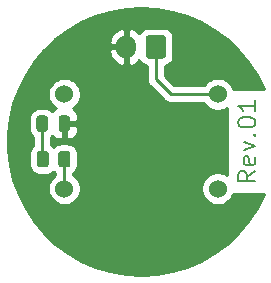
<source format=gbr>
%TF.GenerationSoftware,KiCad,Pcbnew,(5.1.9)-1*%
%TF.CreationDate,2022-04-21T22:08:42+02:00*%
%TF.ProjectId,Sensors,53656e73-6f72-4732-9e6b-696361645f70,Rev.01*%
%TF.SameCoordinates,Original*%
%TF.FileFunction,Copper,L1,Top*%
%TF.FilePolarity,Positive*%
%FSLAX46Y46*%
G04 Gerber Fmt 4.6, Leading zero omitted, Abs format (unit mm)*
G04 Created by KiCad (PCBNEW (5.1.9)-1) date 2022-04-21 22:08:42*
%MOMM*%
%LPD*%
G01*
G04 APERTURE LIST*
%TA.AperFunction,NonConductor*%
%ADD10C,0.150000*%
%TD*%
%TA.AperFunction,ComponentPad*%
%ADD11C,1.524000*%
%TD*%
%TA.AperFunction,ComponentPad*%
%ADD12O,1.700000X2.000000*%
%TD*%
%TA.AperFunction,Conductor*%
%ADD13C,0.250000*%
%TD*%
%TA.AperFunction,Conductor*%
%ADD14C,0.254000*%
%TD*%
%TA.AperFunction,Conductor*%
%ADD15C,0.100000*%
%TD*%
G04 APERTURE END LIST*
D10*
X89678571Y-52535714D02*
X88964285Y-53035714D01*
X89678571Y-53392857D02*
X88178571Y-53392857D01*
X88178571Y-52821428D01*
X88250000Y-52678571D01*
X88321428Y-52607142D01*
X88464285Y-52535714D01*
X88678571Y-52535714D01*
X88821428Y-52607142D01*
X88892857Y-52678571D01*
X88964285Y-52821428D01*
X88964285Y-53392857D01*
X89607142Y-51321428D02*
X89678571Y-51464285D01*
X89678571Y-51750000D01*
X89607142Y-51892857D01*
X89464285Y-51964285D01*
X88892857Y-51964285D01*
X88750000Y-51892857D01*
X88678571Y-51750000D01*
X88678571Y-51464285D01*
X88750000Y-51321428D01*
X88892857Y-51250000D01*
X89035714Y-51250000D01*
X89178571Y-51964285D01*
X88678571Y-50750000D02*
X89678571Y-50392857D01*
X88678571Y-50035714D01*
X89535714Y-49464285D02*
X89607142Y-49392857D01*
X89678571Y-49464285D01*
X89607142Y-49535714D01*
X89535714Y-49464285D01*
X89678571Y-49464285D01*
X88178571Y-48464285D02*
X88178571Y-48321428D01*
X88250000Y-48178571D01*
X88321428Y-48107142D01*
X88464285Y-48035714D01*
X88750000Y-47964285D01*
X89107142Y-47964285D01*
X89392857Y-48035714D01*
X89535714Y-48107142D01*
X89607142Y-48178571D01*
X89678571Y-48321428D01*
X89678571Y-48464285D01*
X89607142Y-48607142D01*
X89535714Y-48678571D01*
X89392857Y-48750000D01*
X89107142Y-48821428D01*
X88750000Y-48821428D01*
X88464285Y-48750000D01*
X88321428Y-48678571D01*
X88250000Y-48607142D01*
X88178571Y-48464285D01*
X89678571Y-46535714D02*
X89678571Y-47392857D01*
X89678571Y-46964285D02*
X88178571Y-46964285D01*
X88392857Y-47107142D01*
X88535714Y-47250000D01*
X88607142Y-47392857D01*
D11*
%TO.P,SW1,1*%
%TO.N,Net-(J1-Pad1)*%
X86500000Y-46000000D03*
%TO.P,SW1,2*%
%TO.N,Net-(R1-Pad1)*%
X73500000Y-46000000D03*
%TD*%
%TO.P,D1,1*%
%TO.N,Net-(D1-Pad1)*%
%TA.AperFunction,SMDPad,CuDef*%
G36*
G01*
X73987500Y-48043750D02*
X73987500Y-48956250D01*
G75*
G02*
X73743750Y-49200000I-243750J0D01*
G01*
X73256250Y-49200000D01*
G75*
G02*
X73012500Y-48956250I0J243750D01*
G01*
X73012500Y-48043750D01*
G75*
G02*
X73256250Y-47800000I243750J0D01*
G01*
X73743750Y-47800000D01*
G75*
G02*
X73987500Y-48043750I0J-243750D01*
G01*
G37*
%TD.AperFunction*%
%TO.P,D1,2*%
%TO.N,Net-(D1-Pad2)*%
%TA.AperFunction,SMDPad,CuDef*%
G36*
G01*
X72112500Y-48043750D02*
X72112500Y-48956250D01*
G75*
G02*
X71868750Y-49200000I-243750J0D01*
G01*
X71381250Y-49200000D01*
G75*
G02*
X71137500Y-48956250I0J243750D01*
G01*
X71137500Y-48043750D01*
G75*
G02*
X71381250Y-47800000I243750J0D01*
G01*
X71868750Y-47800000D01*
G75*
G02*
X72112500Y-48043750I0J-243750D01*
G01*
G37*
%TD.AperFunction*%
%TD*%
%TO.P,J1,1*%
%TO.N,Net-(J1-Pad1)*%
%TA.AperFunction,ComponentPad*%
G36*
G01*
X82100000Y-41250000D02*
X82100000Y-42750000D01*
G75*
G02*
X81850000Y-43000000I-250000J0D01*
G01*
X80650000Y-43000000D01*
G75*
G02*
X80400000Y-42750000I0J250000D01*
G01*
X80400000Y-41250000D01*
G75*
G02*
X80650000Y-41000000I250000J0D01*
G01*
X81850000Y-41000000D01*
G75*
G02*
X82100000Y-41250000I0J-250000D01*
G01*
G37*
%TD.AperFunction*%
D12*
%TO.P,J1,2*%
%TO.N,Net-(D1-Pad1)*%
X78750000Y-42000000D03*
%TD*%
%TO.P,R1,1*%
%TO.N,Net-(R1-Pad1)*%
%TA.AperFunction,SMDPad,CuDef*%
G36*
G01*
X74012500Y-51049998D02*
X74012500Y-51950002D01*
G75*
G02*
X73762502Y-52200000I-249998J0D01*
G01*
X73237498Y-52200000D01*
G75*
G02*
X72987500Y-51950002I0J249998D01*
G01*
X72987500Y-51049998D01*
G75*
G02*
X73237498Y-50800000I249998J0D01*
G01*
X73762502Y-50800000D01*
G75*
G02*
X74012500Y-51049998I0J-249998D01*
G01*
G37*
%TD.AperFunction*%
%TO.P,R1,2*%
%TO.N,Net-(D1-Pad2)*%
%TA.AperFunction,SMDPad,CuDef*%
G36*
G01*
X72187500Y-51049998D02*
X72187500Y-51950002D01*
G75*
G02*
X71937502Y-52200000I-249998J0D01*
G01*
X71412498Y-52200000D01*
G75*
G02*
X71162500Y-51950002I0J249998D01*
G01*
X71162500Y-51049998D01*
G75*
G02*
X71412498Y-50800000I249998J0D01*
G01*
X71937502Y-50800000D01*
G75*
G02*
X72187500Y-51049998I0J-249998D01*
G01*
G37*
%TD.AperFunction*%
%TD*%
D11*
%TO.P,SW2,2*%
%TO.N,Net-(R1-Pad1)*%
X73500000Y-54000000D03*
%TO.P,SW2,1*%
%TO.N,Net-(J1-Pad1)*%
X86500000Y-54000000D03*
%TD*%
D13*
%TO.N,Net-(D1-Pad2)*%
X71625000Y-51450000D02*
X71675000Y-51500000D01*
X71625000Y-48500000D02*
X71625000Y-51450000D01*
%TO.N,Net-(J1-Pad1)*%
X82500000Y-46000000D02*
X86500000Y-46000000D01*
X81250000Y-44750000D02*
X82500000Y-46000000D01*
X81250000Y-42000000D02*
X81250000Y-44750000D01*
%TO.N,Net-(R1-Pad1)*%
X73500000Y-51500000D02*
X73500000Y-54000000D01*
%TD*%
D14*
%TO.N,Net-(D1-Pad1)*%
X81310689Y-38786339D02*
X82603653Y-39014323D01*
X83861407Y-39390870D01*
X85066943Y-39910887D01*
X86203956Y-40567343D01*
X87257072Y-41351358D01*
X88212048Y-42252332D01*
X89055971Y-43258079D01*
X89777427Y-44355000D01*
X90366660Y-45528259D01*
X90370933Y-45540000D01*
X87821564Y-45540000D01*
X87738005Y-45338273D01*
X87585120Y-45109465D01*
X87390535Y-44914880D01*
X87161727Y-44761995D01*
X86907490Y-44656686D01*
X86637592Y-44603000D01*
X86362408Y-44603000D01*
X86092510Y-44656686D01*
X85838273Y-44761995D01*
X85609465Y-44914880D01*
X85414880Y-45109465D01*
X85327659Y-45240000D01*
X82814802Y-45240000D01*
X82010000Y-44435199D01*
X82010000Y-43622313D01*
X82023254Y-43621008D01*
X82189850Y-43570472D01*
X82343386Y-43488405D01*
X82477962Y-43377962D01*
X82588405Y-43243386D01*
X82670472Y-43089850D01*
X82721008Y-42923254D01*
X82738072Y-42750000D01*
X82738072Y-41250000D01*
X82721008Y-41076746D01*
X82670472Y-40910150D01*
X82588405Y-40756614D01*
X82477962Y-40622038D01*
X82343386Y-40511595D01*
X82189850Y-40429528D01*
X82023254Y-40378992D01*
X81850000Y-40361928D01*
X80650000Y-40361928D01*
X80476746Y-40378992D01*
X80310150Y-40429528D01*
X80156614Y-40511595D01*
X80022038Y-40622038D01*
X79911595Y-40756614D01*
X79857086Y-40858593D01*
X79856802Y-40858205D01*
X79642046Y-40661336D01*
X79393009Y-40510146D01*
X79119261Y-40410446D01*
X79106890Y-40408524D01*
X78877000Y-40529845D01*
X78877000Y-41873000D01*
X78897000Y-41873000D01*
X78897000Y-42127000D01*
X78877000Y-42127000D01*
X78877000Y-43470155D01*
X79106890Y-43591476D01*
X79119261Y-43589554D01*
X79393009Y-43489854D01*
X79642046Y-43338664D01*
X79856802Y-43141795D01*
X79857086Y-43141407D01*
X79911595Y-43243386D01*
X80022038Y-43377962D01*
X80156614Y-43488405D01*
X80310150Y-43570472D01*
X80476746Y-43621008D01*
X80490001Y-43622313D01*
X80490001Y-44712668D01*
X80486324Y-44750000D01*
X80490001Y-44787333D01*
X80500998Y-44898986D01*
X80514180Y-44942442D01*
X80544454Y-45042246D01*
X80615026Y-45174276D01*
X80668965Y-45240000D01*
X80710000Y-45290001D01*
X80738998Y-45313799D01*
X81936201Y-46511003D01*
X81959999Y-46540001D01*
X81988997Y-46563799D01*
X82075723Y-46634974D01*
X82207753Y-46705546D01*
X82351014Y-46749003D01*
X82462667Y-46760000D01*
X82462677Y-46760000D01*
X82500000Y-46763676D01*
X82537323Y-46760000D01*
X85327659Y-46760000D01*
X85414880Y-46890535D01*
X85609465Y-47085120D01*
X85838273Y-47238005D01*
X86092510Y-47343314D01*
X86362408Y-47397000D01*
X86637592Y-47397000D01*
X86907490Y-47343314D01*
X87161727Y-47238005D01*
X87247500Y-47180693D01*
X87247500Y-52819307D01*
X87161727Y-52761995D01*
X86907490Y-52656686D01*
X86637592Y-52603000D01*
X86362408Y-52603000D01*
X86092510Y-52656686D01*
X85838273Y-52761995D01*
X85609465Y-52914880D01*
X85414880Y-53109465D01*
X85261995Y-53338273D01*
X85156686Y-53592510D01*
X85103000Y-53862408D01*
X85103000Y-54137592D01*
X85156686Y-54407490D01*
X85261995Y-54661727D01*
X85414880Y-54890535D01*
X85609465Y-55085120D01*
X85838273Y-55238005D01*
X86092510Y-55343314D01*
X86362408Y-55397000D01*
X86637592Y-55397000D01*
X86907490Y-55343314D01*
X87161727Y-55238005D01*
X87390535Y-55085120D01*
X87585120Y-54890535D01*
X87738005Y-54661727D01*
X87821564Y-54460000D01*
X90370933Y-54460000D01*
X90366660Y-54471741D01*
X89777427Y-55645000D01*
X89055971Y-56741921D01*
X88212048Y-57747668D01*
X87257072Y-58648642D01*
X86203956Y-59432657D01*
X85066943Y-60089113D01*
X83861407Y-60609130D01*
X82603653Y-60985677D01*
X81310689Y-61213661D01*
X80000000Y-61290000D01*
X78689311Y-61213661D01*
X77396347Y-60985677D01*
X76138593Y-60609130D01*
X74933057Y-60089113D01*
X73796044Y-59432657D01*
X72742928Y-58648642D01*
X71787952Y-57747668D01*
X70944029Y-56741921D01*
X70222573Y-55645000D01*
X69633340Y-54471741D01*
X69184298Y-53238008D01*
X68881520Y-51960488D01*
X68729101Y-50656455D01*
X68729101Y-49343545D01*
X68881024Y-48043750D01*
X70499428Y-48043750D01*
X70499428Y-48956250D01*
X70516372Y-49128285D01*
X70566553Y-49293709D01*
X70648042Y-49446164D01*
X70757708Y-49579792D01*
X70865000Y-49667845D01*
X70865001Y-50356004D01*
X70784538Y-50422038D01*
X70674095Y-50556613D01*
X70592028Y-50710148D01*
X70541492Y-50876744D01*
X70524428Y-51049998D01*
X70524428Y-51950002D01*
X70541492Y-52123256D01*
X70592028Y-52289852D01*
X70674095Y-52443387D01*
X70784538Y-52577962D01*
X70919113Y-52688405D01*
X71072648Y-52770472D01*
X71239244Y-52821008D01*
X71412498Y-52838072D01*
X71937502Y-52838072D01*
X72110756Y-52821008D01*
X72277352Y-52770472D01*
X72430887Y-52688405D01*
X72565462Y-52577962D01*
X72587500Y-52551109D01*
X72609538Y-52577962D01*
X72740000Y-52685030D01*
X72740001Y-52827659D01*
X72609465Y-52914880D01*
X72414880Y-53109465D01*
X72261995Y-53338273D01*
X72156686Y-53592510D01*
X72103000Y-53862408D01*
X72103000Y-54137592D01*
X72156686Y-54407490D01*
X72261995Y-54661727D01*
X72414880Y-54890535D01*
X72609465Y-55085120D01*
X72838273Y-55238005D01*
X73092510Y-55343314D01*
X73362408Y-55397000D01*
X73637592Y-55397000D01*
X73907490Y-55343314D01*
X74161727Y-55238005D01*
X74390535Y-55085120D01*
X74585120Y-54890535D01*
X74738005Y-54661727D01*
X74843314Y-54407490D01*
X74897000Y-54137592D01*
X74897000Y-53862408D01*
X74843314Y-53592510D01*
X74738005Y-53338273D01*
X74585120Y-53109465D01*
X74390535Y-52914880D01*
X74260000Y-52827659D01*
X74260000Y-52685030D01*
X74390462Y-52577962D01*
X74500905Y-52443387D01*
X74582972Y-52289852D01*
X74633508Y-52123256D01*
X74650572Y-51950002D01*
X74650572Y-51049998D01*
X74633508Y-50876744D01*
X74582972Y-50710148D01*
X74500905Y-50556613D01*
X74390462Y-50422038D01*
X74255887Y-50311595D01*
X74102352Y-50229528D01*
X73935756Y-50178992D01*
X73762502Y-50161928D01*
X73237498Y-50161928D01*
X73064244Y-50178992D01*
X72897648Y-50229528D01*
X72744113Y-50311595D01*
X72609538Y-50422038D01*
X72587500Y-50448891D01*
X72565462Y-50422038D01*
X72430887Y-50311595D01*
X72385000Y-50287068D01*
X72385000Y-49667845D01*
X72492292Y-49579792D01*
X72497508Y-49573436D01*
X72561315Y-49651185D01*
X72658006Y-49730537D01*
X72768320Y-49789502D01*
X72888018Y-49825812D01*
X73012500Y-49838072D01*
X73214250Y-49835000D01*
X73373000Y-49676250D01*
X73373000Y-48627000D01*
X73627000Y-48627000D01*
X73627000Y-49676250D01*
X73785750Y-49835000D01*
X73987500Y-49838072D01*
X74111982Y-49825812D01*
X74231680Y-49789502D01*
X74341994Y-49730537D01*
X74438685Y-49651185D01*
X74518037Y-49554494D01*
X74577002Y-49444180D01*
X74613312Y-49324482D01*
X74625572Y-49200000D01*
X74622500Y-48785750D01*
X74463750Y-48627000D01*
X73627000Y-48627000D01*
X73373000Y-48627000D01*
X73353000Y-48627000D01*
X73353000Y-48373000D01*
X73373000Y-48373000D01*
X73373000Y-48353000D01*
X73627000Y-48353000D01*
X73627000Y-48373000D01*
X74463750Y-48373000D01*
X74622500Y-48214250D01*
X74625572Y-47800000D01*
X74613312Y-47675518D01*
X74577002Y-47555820D01*
X74518037Y-47445506D01*
X74438685Y-47348815D01*
X74341994Y-47269463D01*
X74231680Y-47210498D01*
X74211882Y-47204492D01*
X74390535Y-47085120D01*
X74585120Y-46890535D01*
X74738005Y-46661727D01*
X74843314Y-46407490D01*
X74897000Y-46137592D01*
X74897000Y-45862408D01*
X74843314Y-45592510D01*
X74738005Y-45338273D01*
X74585120Y-45109465D01*
X74390535Y-44914880D01*
X74161727Y-44761995D01*
X73907490Y-44656686D01*
X73637592Y-44603000D01*
X73362408Y-44603000D01*
X73092510Y-44656686D01*
X72838273Y-44761995D01*
X72609465Y-44914880D01*
X72414880Y-45109465D01*
X72261995Y-45338273D01*
X72156686Y-45592510D01*
X72103000Y-45862408D01*
X72103000Y-46137592D01*
X72156686Y-46407490D01*
X72261995Y-46661727D01*
X72414880Y-46890535D01*
X72609465Y-47085120D01*
X72788118Y-47204492D01*
X72768320Y-47210498D01*
X72658006Y-47269463D01*
X72561315Y-47348815D01*
X72497508Y-47426564D01*
X72492292Y-47420208D01*
X72358664Y-47310542D01*
X72206209Y-47229053D01*
X72040785Y-47178872D01*
X71868750Y-47161928D01*
X71381250Y-47161928D01*
X71209215Y-47178872D01*
X71043791Y-47229053D01*
X70891336Y-47310542D01*
X70757708Y-47420208D01*
X70648042Y-47553836D01*
X70566553Y-47706291D01*
X70516372Y-47871715D01*
X70499428Y-48043750D01*
X68881024Y-48043750D01*
X68881520Y-48039512D01*
X69184298Y-46761992D01*
X69633340Y-45528259D01*
X70222573Y-44355000D01*
X70944029Y-43258079D01*
X71697824Y-42359742D01*
X77278715Y-42359742D01*
X77347904Y-42642745D01*
X77470975Y-42906812D01*
X77643198Y-43141795D01*
X77857954Y-43338664D01*
X78106991Y-43489854D01*
X78380739Y-43589554D01*
X78393110Y-43591476D01*
X78623000Y-43470155D01*
X78623000Y-42127000D01*
X77422768Y-42127000D01*
X77278715Y-42359742D01*
X71697824Y-42359742D01*
X71787952Y-42252332D01*
X72436712Y-41640258D01*
X77278715Y-41640258D01*
X77422768Y-41873000D01*
X78623000Y-41873000D01*
X78623000Y-40529845D01*
X78393110Y-40408524D01*
X78380739Y-40410446D01*
X78106991Y-40510146D01*
X77857954Y-40661336D01*
X77643198Y-40858205D01*
X77470975Y-41093188D01*
X77347904Y-41357255D01*
X77278715Y-41640258D01*
X72436712Y-41640258D01*
X72742928Y-41351358D01*
X73796044Y-40567343D01*
X74933057Y-39910887D01*
X76138593Y-39390870D01*
X77396347Y-39014323D01*
X78689311Y-38786339D01*
X80000000Y-38710000D01*
X81310689Y-38786339D01*
%TA.AperFunction,Conductor*%
D15*
G36*
X81310689Y-38786339D02*
G01*
X82603653Y-39014323D01*
X83861407Y-39390870D01*
X85066943Y-39910887D01*
X86203956Y-40567343D01*
X87257072Y-41351358D01*
X88212048Y-42252332D01*
X89055971Y-43258079D01*
X89777427Y-44355000D01*
X90366660Y-45528259D01*
X90370933Y-45540000D01*
X87821564Y-45540000D01*
X87738005Y-45338273D01*
X87585120Y-45109465D01*
X87390535Y-44914880D01*
X87161727Y-44761995D01*
X86907490Y-44656686D01*
X86637592Y-44603000D01*
X86362408Y-44603000D01*
X86092510Y-44656686D01*
X85838273Y-44761995D01*
X85609465Y-44914880D01*
X85414880Y-45109465D01*
X85327659Y-45240000D01*
X82814802Y-45240000D01*
X82010000Y-44435199D01*
X82010000Y-43622313D01*
X82023254Y-43621008D01*
X82189850Y-43570472D01*
X82343386Y-43488405D01*
X82477962Y-43377962D01*
X82588405Y-43243386D01*
X82670472Y-43089850D01*
X82721008Y-42923254D01*
X82738072Y-42750000D01*
X82738072Y-41250000D01*
X82721008Y-41076746D01*
X82670472Y-40910150D01*
X82588405Y-40756614D01*
X82477962Y-40622038D01*
X82343386Y-40511595D01*
X82189850Y-40429528D01*
X82023254Y-40378992D01*
X81850000Y-40361928D01*
X80650000Y-40361928D01*
X80476746Y-40378992D01*
X80310150Y-40429528D01*
X80156614Y-40511595D01*
X80022038Y-40622038D01*
X79911595Y-40756614D01*
X79857086Y-40858593D01*
X79856802Y-40858205D01*
X79642046Y-40661336D01*
X79393009Y-40510146D01*
X79119261Y-40410446D01*
X79106890Y-40408524D01*
X78877000Y-40529845D01*
X78877000Y-41873000D01*
X78897000Y-41873000D01*
X78897000Y-42127000D01*
X78877000Y-42127000D01*
X78877000Y-43470155D01*
X79106890Y-43591476D01*
X79119261Y-43589554D01*
X79393009Y-43489854D01*
X79642046Y-43338664D01*
X79856802Y-43141795D01*
X79857086Y-43141407D01*
X79911595Y-43243386D01*
X80022038Y-43377962D01*
X80156614Y-43488405D01*
X80310150Y-43570472D01*
X80476746Y-43621008D01*
X80490001Y-43622313D01*
X80490001Y-44712668D01*
X80486324Y-44750000D01*
X80490001Y-44787333D01*
X80500998Y-44898986D01*
X80514180Y-44942442D01*
X80544454Y-45042246D01*
X80615026Y-45174276D01*
X80668965Y-45240000D01*
X80710000Y-45290001D01*
X80738998Y-45313799D01*
X81936201Y-46511003D01*
X81959999Y-46540001D01*
X81988997Y-46563799D01*
X82075723Y-46634974D01*
X82207753Y-46705546D01*
X82351014Y-46749003D01*
X82462667Y-46760000D01*
X82462677Y-46760000D01*
X82500000Y-46763676D01*
X82537323Y-46760000D01*
X85327659Y-46760000D01*
X85414880Y-46890535D01*
X85609465Y-47085120D01*
X85838273Y-47238005D01*
X86092510Y-47343314D01*
X86362408Y-47397000D01*
X86637592Y-47397000D01*
X86907490Y-47343314D01*
X87161727Y-47238005D01*
X87247500Y-47180693D01*
X87247500Y-52819307D01*
X87161727Y-52761995D01*
X86907490Y-52656686D01*
X86637592Y-52603000D01*
X86362408Y-52603000D01*
X86092510Y-52656686D01*
X85838273Y-52761995D01*
X85609465Y-52914880D01*
X85414880Y-53109465D01*
X85261995Y-53338273D01*
X85156686Y-53592510D01*
X85103000Y-53862408D01*
X85103000Y-54137592D01*
X85156686Y-54407490D01*
X85261995Y-54661727D01*
X85414880Y-54890535D01*
X85609465Y-55085120D01*
X85838273Y-55238005D01*
X86092510Y-55343314D01*
X86362408Y-55397000D01*
X86637592Y-55397000D01*
X86907490Y-55343314D01*
X87161727Y-55238005D01*
X87390535Y-55085120D01*
X87585120Y-54890535D01*
X87738005Y-54661727D01*
X87821564Y-54460000D01*
X90370933Y-54460000D01*
X90366660Y-54471741D01*
X89777427Y-55645000D01*
X89055971Y-56741921D01*
X88212048Y-57747668D01*
X87257072Y-58648642D01*
X86203956Y-59432657D01*
X85066943Y-60089113D01*
X83861407Y-60609130D01*
X82603653Y-60985677D01*
X81310689Y-61213661D01*
X80000000Y-61290000D01*
X78689311Y-61213661D01*
X77396347Y-60985677D01*
X76138593Y-60609130D01*
X74933057Y-60089113D01*
X73796044Y-59432657D01*
X72742928Y-58648642D01*
X71787952Y-57747668D01*
X70944029Y-56741921D01*
X70222573Y-55645000D01*
X69633340Y-54471741D01*
X69184298Y-53238008D01*
X68881520Y-51960488D01*
X68729101Y-50656455D01*
X68729101Y-49343545D01*
X68881024Y-48043750D01*
X70499428Y-48043750D01*
X70499428Y-48956250D01*
X70516372Y-49128285D01*
X70566553Y-49293709D01*
X70648042Y-49446164D01*
X70757708Y-49579792D01*
X70865000Y-49667845D01*
X70865001Y-50356004D01*
X70784538Y-50422038D01*
X70674095Y-50556613D01*
X70592028Y-50710148D01*
X70541492Y-50876744D01*
X70524428Y-51049998D01*
X70524428Y-51950002D01*
X70541492Y-52123256D01*
X70592028Y-52289852D01*
X70674095Y-52443387D01*
X70784538Y-52577962D01*
X70919113Y-52688405D01*
X71072648Y-52770472D01*
X71239244Y-52821008D01*
X71412498Y-52838072D01*
X71937502Y-52838072D01*
X72110756Y-52821008D01*
X72277352Y-52770472D01*
X72430887Y-52688405D01*
X72565462Y-52577962D01*
X72587500Y-52551109D01*
X72609538Y-52577962D01*
X72740000Y-52685030D01*
X72740001Y-52827659D01*
X72609465Y-52914880D01*
X72414880Y-53109465D01*
X72261995Y-53338273D01*
X72156686Y-53592510D01*
X72103000Y-53862408D01*
X72103000Y-54137592D01*
X72156686Y-54407490D01*
X72261995Y-54661727D01*
X72414880Y-54890535D01*
X72609465Y-55085120D01*
X72838273Y-55238005D01*
X73092510Y-55343314D01*
X73362408Y-55397000D01*
X73637592Y-55397000D01*
X73907490Y-55343314D01*
X74161727Y-55238005D01*
X74390535Y-55085120D01*
X74585120Y-54890535D01*
X74738005Y-54661727D01*
X74843314Y-54407490D01*
X74897000Y-54137592D01*
X74897000Y-53862408D01*
X74843314Y-53592510D01*
X74738005Y-53338273D01*
X74585120Y-53109465D01*
X74390535Y-52914880D01*
X74260000Y-52827659D01*
X74260000Y-52685030D01*
X74390462Y-52577962D01*
X74500905Y-52443387D01*
X74582972Y-52289852D01*
X74633508Y-52123256D01*
X74650572Y-51950002D01*
X74650572Y-51049998D01*
X74633508Y-50876744D01*
X74582972Y-50710148D01*
X74500905Y-50556613D01*
X74390462Y-50422038D01*
X74255887Y-50311595D01*
X74102352Y-50229528D01*
X73935756Y-50178992D01*
X73762502Y-50161928D01*
X73237498Y-50161928D01*
X73064244Y-50178992D01*
X72897648Y-50229528D01*
X72744113Y-50311595D01*
X72609538Y-50422038D01*
X72587500Y-50448891D01*
X72565462Y-50422038D01*
X72430887Y-50311595D01*
X72385000Y-50287068D01*
X72385000Y-49667845D01*
X72492292Y-49579792D01*
X72497508Y-49573436D01*
X72561315Y-49651185D01*
X72658006Y-49730537D01*
X72768320Y-49789502D01*
X72888018Y-49825812D01*
X73012500Y-49838072D01*
X73214250Y-49835000D01*
X73373000Y-49676250D01*
X73373000Y-48627000D01*
X73627000Y-48627000D01*
X73627000Y-49676250D01*
X73785750Y-49835000D01*
X73987500Y-49838072D01*
X74111982Y-49825812D01*
X74231680Y-49789502D01*
X74341994Y-49730537D01*
X74438685Y-49651185D01*
X74518037Y-49554494D01*
X74577002Y-49444180D01*
X74613312Y-49324482D01*
X74625572Y-49200000D01*
X74622500Y-48785750D01*
X74463750Y-48627000D01*
X73627000Y-48627000D01*
X73373000Y-48627000D01*
X73353000Y-48627000D01*
X73353000Y-48373000D01*
X73373000Y-48373000D01*
X73373000Y-48353000D01*
X73627000Y-48353000D01*
X73627000Y-48373000D01*
X74463750Y-48373000D01*
X74622500Y-48214250D01*
X74625572Y-47800000D01*
X74613312Y-47675518D01*
X74577002Y-47555820D01*
X74518037Y-47445506D01*
X74438685Y-47348815D01*
X74341994Y-47269463D01*
X74231680Y-47210498D01*
X74211882Y-47204492D01*
X74390535Y-47085120D01*
X74585120Y-46890535D01*
X74738005Y-46661727D01*
X74843314Y-46407490D01*
X74897000Y-46137592D01*
X74897000Y-45862408D01*
X74843314Y-45592510D01*
X74738005Y-45338273D01*
X74585120Y-45109465D01*
X74390535Y-44914880D01*
X74161727Y-44761995D01*
X73907490Y-44656686D01*
X73637592Y-44603000D01*
X73362408Y-44603000D01*
X73092510Y-44656686D01*
X72838273Y-44761995D01*
X72609465Y-44914880D01*
X72414880Y-45109465D01*
X72261995Y-45338273D01*
X72156686Y-45592510D01*
X72103000Y-45862408D01*
X72103000Y-46137592D01*
X72156686Y-46407490D01*
X72261995Y-46661727D01*
X72414880Y-46890535D01*
X72609465Y-47085120D01*
X72788118Y-47204492D01*
X72768320Y-47210498D01*
X72658006Y-47269463D01*
X72561315Y-47348815D01*
X72497508Y-47426564D01*
X72492292Y-47420208D01*
X72358664Y-47310542D01*
X72206209Y-47229053D01*
X72040785Y-47178872D01*
X71868750Y-47161928D01*
X71381250Y-47161928D01*
X71209215Y-47178872D01*
X71043791Y-47229053D01*
X70891336Y-47310542D01*
X70757708Y-47420208D01*
X70648042Y-47553836D01*
X70566553Y-47706291D01*
X70516372Y-47871715D01*
X70499428Y-48043750D01*
X68881024Y-48043750D01*
X68881520Y-48039512D01*
X69184298Y-46761992D01*
X69633340Y-45528259D01*
X70222573Y-44355000D01*
X70944029Y-43258079D01*
X71697824Y-42359742D01*
X77278715Y-42359742D01*
X77347904Y-42642745D01*
X77470975Y-42906812D01*
X77643198Y-43141795D01*
X77857954Y-43338664D01*
X78106991Y-43489854D01*
X78380739Y-43589554D01*
X78393110Y-43591476D01*
X78623000Y-43470155D01*
X78623000Y-42127000D01*
X77422768Y-42127000D01*
X77278715Y-42359742D01*
X71697824Y-42359742D01*
X71787952Y-42252332D01*
X72436712Y-41640258D01*
X77278715Y-41640258D01*
X77422768Y-41873000D01*
X78623000Y-41873000D01*
X78623000Y-40529845D01*
X78393110Y-40408524D01*
X78380739Y-40410446D01*
X78106991Y-40510146D01*
X77857954Y-40661336D01*
X77643198Y-40858205D01*
X77470975Y-41093188D01*
X77347904Y-41357255D01*
X77278715Y-41640258D01*
X72436712Y-41640258D01*
X72742928Y-41351358D01*
X73796044Y-40567343D01*
X74933057Y-39910887D01*
X76138593Y-39390870D01*
X77396347Y-39014323D01*
X78689311Y-38786339D01*
X80000000Y-38710000D01*
X81310689Y-38786339D01*
G37*
%TD.AperFunction*%
%TD*%
M02*

</source>
